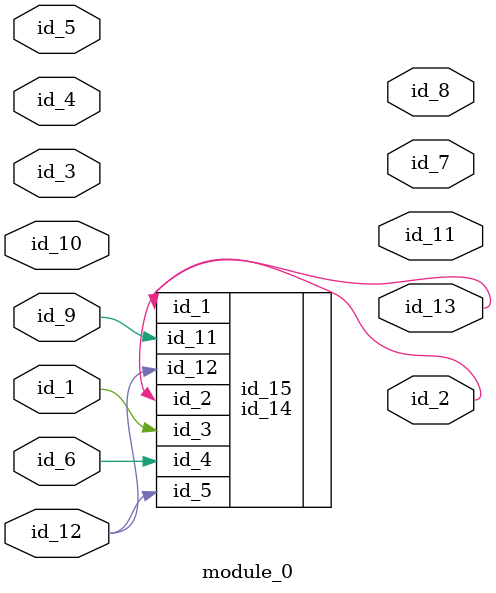
<source format=v>
module module_0 (
    id_1,
    id_2,
    id_3,
    id_4,
    id_5,
    id_6,
    id_7,
    id_8,
    id_9,
    id_10,
    id_11,
    id_12,
    id_13
);
  output id_13;
  input id_12;
  output id_11;
  input id_10;
  input id_9;
  output id_8;
  output id_7;
  input id_6;
  input id_5;
  input id_4;
  input id_3;
  output id_2;
  input id_1;
  id_14 id_15 (
      .id_3 (id_1),
      .id_4 (id_6),
      .id_12(id_12),
      .id_11(id_9),
      .id_5 (id_12),
      .id_2 (id_2),
      .id_1 (id_13)
  );
  assign id_9 = id_9;
endmodule

</source>
